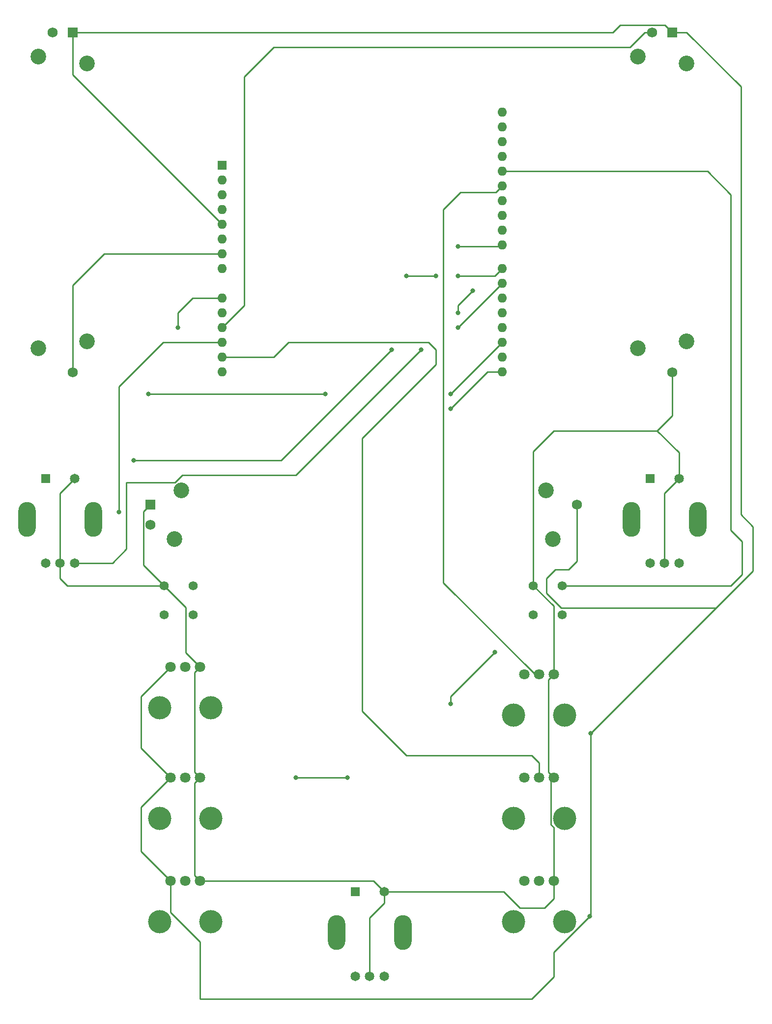
<source format=gbr>
G04 #@! TF.GenerationSoftware,KiCad,Pcbnew,5.1.5+dfsg1-2build2*
G04 #@! TF.CreationDate,2024-01-26T22:00:08+01:00*
G04 #@! TF.ProjectId,console,636f6e73-6f6c-4652-9e6b-696361645f70,rev?*
G04 #@! TF.SameCoordinates,Original*
G04 #@! TF.FileFunction,Copper,L1,Top*
G04 #@! TF.FilePolarity,Positive*
%FSLAX46Y46*%
G04 Gerber Fmt 4.6, Leading zero omitted, Abs format (unit mm)*
G04 Created by KiCad (PCBNEW 5.1.5+dfsg1-2build2) date 2024-01-26 22:00:08*
%MOMM*%
%LPD*%
G04 APERTURE LIST*
%ADD10O,3.000000X6.000000*%
%ADD11C,1.650000*%
%ADD12R,1.650000X1.650000*%
%ADD13C,1.574800*%
%ADD14C,2.700000*%
%ADD15C,1.750000*%
%ADD16R,1.750000X1.750000*%
%ADD17C,4.000000*%
%ADD18C,1.800000*%
%ADD19O,1.600000X1.600000*%
%ADD20R,1.600000X1.600000*%
%ADD21C,0.800000*%
%ADD22C,0.250000*%
G04 APERTURE END LIST*
D10*
X100950000Y-180340000D03*
X89550000Y-180340000D03*
D11*
X97750000Y-187840000D03*
X95250000Y-187840000D03*
X92750000Y-187840000D03*
X97750000Y-173340000D03*
D12*
X92750000Y-173340000D03*
D10*
X151750000Y-109220000D03*
X140350000Y-109220000D03*
D11*
X148550000Y-116720000D03*
X146050000Y-116720000D03*
X143550000Y-116720000D03*
X148550000Y-102220000D03*
D12*
X143550000Y-102220000D03*
D10*
X47610000Y-109220000D03*
X36210000Y-109220000D03*
D11*
X44410000Y-116720000D03*
X41910000Y-116720000D03*
X39410000Y-116720000D03*
X44410000Y-102220000D03*
D12*
X39410000Y-102220000D03*
D13*
X123410400Y-125649990D03*
X128410400Y-125649990D03*
X128410400Y-120650000D03*
X123410400Y-120650000D03*
X59799600Y-125649990D03*
X64799600Y-125649990D03*
X64799600Y-120650000D03*
X59799600Y-120650000D03*
D14*
X126810000Y-112630000D03*
X61610000Y-112630000D03*
X125610000Y-104230000D03*
X62810000Y-104230000D03*
D15*
X130960000Y-106680000D03*
X57460000Y-110180000D03*
D16*
X57460000Y-106680000D03*
D17*
X120020000Y-142890000D03*
X128820000Y-142890000D03*
D18*
X121920000Y-135890000D03*
X124420000Y-135890000D03*
X126920000Y-135890000D03*
D14*
X141425000Y-79750000D03*
X141425000Y-29550000D03*
X149825000Y-78550000D03*
X149825000Y-30750000D03*
D15*
X147375000Y-83900000D03*
X143875000Y-25400000D03*
D16*
X147375000Y-25400000D03*
D17*
X120020000Y-178450000D03*
X128820000Y-178450000D03*
D18*
X121920000Y-171450000D03*
X124420000Y-171450000D03*
X126920000Y-171450000D03*
D17*
X59060000Y-141620000D03*
X67860000Y-141620000D03*
D18*
X60960000Y-134620000D03*
X63460000Y-134620000D03*
X65960000Y-134620000D03*
D17*
X59060000Y-160670000D03*
X67860000Y-160670000D03*
D18*
X60960000Y-153670000D03*
X63460000Y-153670000D03*
X65960000Y-153670000D03*
D17*
X120020000Y-160670000D03*
X128820000Y-160670000D03*
D18*
X121920000Y-153670000D03*
X124420000Y-153670000D03*
X126920000Y-153670000D03*
D14*
X38135000Y-79750000D03*
X38135000Y-29550000D03*
X46535000Y-78550000D03*
X46535000Y-30750000D03*
D15*
X44085000Y-83900000D03*
X40585000Y-25400000D03*
D16*
X44085000Y-25400000D03*
D17*
X59060000Y-178450000D03*
X67860000Y-178450000D03*
D18*
X60960000Y-171450000D03*
X63460000Y-171450000D03*
X65960000Y-171450000D03*
D19*
X118110000Y-81280000D03*
X118110000Y-83820000D03*
X118110000Y-44200000D03*
X69850000Y-83820000D03*
X118110000Y-46740000D03*
X69850000Y-81280000D03*
X118110000Y-49280000D03*
X69850000Y-78740000D03*
X118110000Y-51820000D03*
X69850000Y-76200000D03*
X118110000Y-54360000D03*
X69850000Y-73660000D03*
X118110000Y-56900000D03*
X69850000Y-71120000D03*
X118110000Y-59440000D03*
X69850000Y-66040000D03*
X118110000Y-61980000D03*
X69850000Y-63500000D03*
X118110000Y-66040000D03*
X69850000Y-60960000D03*
X118110000Y-68580000D03*
X69850000Y-58420000D03*
X118110000Y-71120000D03*
X69850000Y-55880000D03*
X118110000Y-73660000D03*
X69850000Y-53340000D03*
X118110000Y-76200000D03*
X69850000Y-50800000D03*
X118110000Y-78740000D03*
D20*
X69850000Y-48260000D03*
D19*
X118110000Y-41660000D03*
X118110000Y-39120000D03*
D21*
X109220000Y-140970000D03*
X116840000Y-132080000D03*
X109220000Y-90170000D03*
X52070000Y-107950000D03*
X62230000Y-76200000D03*
X54610000Y-99060000D03*
X99060000Y-80010000D03*
X110490000Y-62230000D03*
X101600000Y-67310000D03*
X106680000Y-67310000D03*
X110490000Y-67310000D03*
X110490000Y-76200000D03*
X91440000Y-153670000D03*
X82550000Y-153670000D03*
X133130501Y-177580501D03*
X133350000Y-146050000D03*
X104140000Y-80010000D03*
X110490000Y-73660000D03*
X113030000Y-69850000D03*
X57150000Y-87630000D03*
X87630000Y-87630000D03*
X109220000Y-87630000D03*
D22*
X109220000Y-140970000D02*
X109220000Y-139700000D01*
X109220000Y-139700000D02*
X116840000Y-132080000D01*
X115570000Y-83820000D02*
X118110000Y-83820000D01*
X109220000Y-90170000D02*
X115570000Y-83820000D01*
X124420000Y-153670000D02*
X124420000Y-151170000D01*
X124420000Y-151170000D02*
X123110000Y-149860000D01*
X123110000Y-149860000D02*
X101600000Y-149860000D01*
X101600000Y-149860000D02*
X93980000Y-142240000D01*
X93980000Y-142240000D02*
X93980000Y-95250000D01*
X93980000Y-95250000D02*
X106680000Y-82550000D01*
X106680000Y-82550000D02*
X106680000Y-80010000D01*
X106680000Y-80010000D02*
X105410000Y-78740000D01*
X105410000Y-78740000D02*
X81280000Y-78740000D01*
X78740000Y-81280000D02*
X69850000Y-81280000D01*
X81280000Y-78740000D02*
X78740000Y-81280000D01*
X118110000Y-49280000D02*
X153420000Y-49280000D01*
X153420000Y-49280000D02*
X157480000Y-53340000D01*
X157480000Y-111123590D02*
X159386410Y-113030000D01*
X157480000Y-53340000D02*
X157480000Y-111123590D01*
X159386410Y-113030000D02*
X159386410Y-118743590D01*
X159386410Y-118743590D02*
X157480000Y-120650000D01*
X157480000Y-120650000D02*
X128410400Y-120650000D01*
X69850000Y-78740000D02*
X59690000Y-78740000D01*
X59690000Y-78740000D02*
X52070000Y-86360000D01*
X52070000Y-86360000D02*
X52070000Y-107950000D01*
X116984999Y-52945001D02*
X110884999Y-52945001D01*
X118110000Y-51820000D02*
X116984999Y-52945001D01*
X110884999Y-52945001D02*
X107950000Y-55880000D01*
X123733002Y-135890000D02*
X124420000Y-135890000D01*
X107950000Y-120106998D02*
X123733002Y-135890000D01*
X107950000Y-55880000D02*
X107950000Y-120106998D01*
X142637564Y-25400000D02*
X140097564Y-27940000D01*
X143875000Y-25400000D02*
X142637564Y-25400000D01*
X140097564Y-27940000D02*
X78740000Y-27940000D01*
X78740000Y-27940000D02*
X73660000Y-33020000D01*
X73660000Y-72390000D02*
X69850000Y-76200000D01*
X73660000Y-33020000D02*
X73660000Y-72390000D01*
X69850000Y-71120000D02*
X64770000Y-71120000D01*
X64770000Y-71120000D02*
X62230000Y-73660000D01*
X62230000Y-73660000D02*
X62230000Y-76200000D01*
X54610000Y-99060000D02*
X80010000Y-99060000D01*
X80010000Y-99060000D02*
X99060000Y-80010000D01*
X117860000Y-62230000D02*
X118110000Y-61980000D01*
X110490000Y-62230000D02*
X117860000Y-62230000D01*
X65060001Y-152770001D02*
X65960000Y-153670000D01*
X65060001Y-135519999D02*
X65060001Y-152770001D01*
X65960000Y-134620000D02*
X65060001Y-135519999D01*
X65060001Y-170550001D02*
X65960000Y-171450000D01*
X65060001Y-154569999D02*
X65060001Y-170550001D01*
X65960000Y-153670000D02*
X65060001Y-154569999D01*
X126494999Y-154095001D02*
X126920000Y-153670000D01*
X126920000Y-162211002D02*
X126494999Y-161786001D01*
X126494999Y-161786001D02*
X126494999Y-154095001D01*
X126920000Y-172800000D02*
X126920000Y-162211002D01*
X126920000Y-172800000D02*
X126920000Y-171450000D01*
X126020001Y-136789999D02*
X126920000Y-135890000D01*
X126020001Y-152770001D02*
X126020001Y-136789999D01*
X126920000Y-153670000D02*
X126020001Y-152770001D01*
X126920000Y-124159600D02*
X123410400Y-120650000D01*
X126920000Y-135890000D02*
X126920000Y-124159600D01*
X44085000Y-83900000D02*
X44085000Y-68945000D01*
X44085000Y-68945000D02*
X49530000Y-63500000D01*
X49530000Y-63500000D02*
X69850000Y-63500000D01*
X126920000Y-174529998D02*
X126920000Y-172800000D01*
X125324999Y-176124999D02*
X126920000Y-174529998D01*
X123410400Y-120650000D02*
X123410400Y-97569600D01*
X123410400Y-97569600D02*
X127000000Y-93980000D01*
X127000000Y-93980000D02*
X144780000Y-93980000D01*
X147375000Y-91385000D02*
X147375000Y-83900000D01*
X144780000Y-93980000D02*
X147375000Y-91385000D01*
X56259999Y-117110399D02*
X59799600Y-120650000D01*
X56259999Y-107880001D02*
X56259999Y-117110399D01*
X57460000Y-106680000D02*
X56259999Y-107880001D01*
X63544999Y-132204999D02*
X65960000Y-134620000D01*
X63544999Y-124395399D02*
X63544999Y-132204999D01*
X59799600Y-120650000D02*
X63544999Y-124395399D01*
X95860000Y-171450000D02*
X97750000Y-173340000D01*
X95250000Y-171450000D02*
X95860000Y-171450000D01*
X95250000Y-171450000D02*
X95410002Y-171450000D01*
X65960000Y-171450000D02*
X95250000Y-171450000D01*
X121136001Y-176124999D02*
X125324999Y-176124999D01*
X118351002Y-173340000D02*
X121136001Y-176124999D01*
X97750000Y-173340000D02*
X118351002Y-173340000D01*
X97750000Y-173340000D02*
X97750000Y-175300000D01*
X95250000Y-177800000D02*
X95250000Y-187840000D01*
X97750000Y-175300000D02*
X95250000Y-177800000D01*
X41910000Y-116720000D02*
X41910000Y-119380000D01*
X43180000Y-120650000D02*
X59799600Y-120650000D01*
X41910000Y-119380000D02*
X43180000Y-120650000D01*
X41910000Y-104720000D02*
X44410000Y-102220000D01*
X41910000Y-116720000D02*
X41910000Y-104720000D01*
X148550000Y-102220000D02*
X148550000Y-97750000D01*
X148550000Y-97750000D02*
X144780000Y-93980000D01*
X146050000Y-104720000D02*
X146050000Y-116720000D01*
X148550000Y-102220000D02*
X146050000Y-104720000D01*
X101600000Y-67310000D02*
X106680000Y-67310000D01*
X116840000Y-67310000D02*
X118110000Y-66040000D01*
X110490000Y-67310000D02*
X116840000Y-67310000D01*
X118110000Y-68580000D02*
X110490000Y-76200000D01*
X110490000Y-76200000D02*
X110490000Y-76200000D01*
X91440000Y-153670000D02*
X82550000Y-153670000D01*
X82550000Y-153670000D02*
X82550000Y-153670000D01*
X130280998Y-106680000D02*
X130960000Y-106680000D01*
X44085000Y-32655000D02*
X44085000Y-25400000D01*
X69850000Y-58420000D02*
X44085000Y-32655000D01*
X44085000Y-25400000D02*
X137160000Y-25400000D01*
X137160000Y-25400000D02*
X138430000Y-24130000D01*
X146105000Y-24130000D02*
X147375000Y-25400000D01*
X138430000Y-24130000D02*
X146105000Y-24130000D01*
X60960000Y-176908998D02*
X60960000Y-171450000D01*
X66040000Y-191770000D02*
X66040000Y-181988998D01*
X66040000Y-181988998D02*
X60960000Y-176908998D01*
X127000000Y-187960000D02*
X123190000Y-191770000D01*
X133350000Y-177361002D02*
X133130501Y-177580501D01*
X149860000Y-25400000D02*
X159200009Y-34740009D01*
X123190000Y-191770000D02*
X66040000Y-191770000D01*
X127000000Y-183711002D02*
X127000000Y-187960000D01*
X133350000Y-146050000D02*
X133350000Y-177361002D01*
X147375000Y-25400000D02*
X149860000Y-25400000D01*
X159200009Y-34740009D02*
X159200009Y-108400009D01*
X159200009Y-108400009D02*
X161290000Y-110490000D01*
X161290000Y-110490000D02*
X161290000Y-118110000D01*
X60960000Y-171450000D02*
X55880000Y-166370000D01*
X55880000Y-158750000D02*
X60960000Y-153670000D01*
X55880000Y-166370000D02*
X55880000Y-158750000D01*
X60960000Y-153670000D02*
X55880000Y-148590000D01*
X55880000Y-148590000D02*
X55880000Y-139700000D01*
X55880000Y-139700000D02*
X60960000Y-134620000D01*
X133130501Y-177580501D02*
X127000000Y-183711002D01*
X133350000Y-146050000D02*
X133350000Y-146050000D01*
X130960000Y-116454046D02*
X129540000Y-117874046D01*
X130960000Y-106680000D02*
X130960000Y-116454046D01*
X129540000Y-117874046D02*
X127235954Y-117874046D01*
X127235954Y-117874046D02*
X125730000Y-119380000D01*
X125730000Y-119380000D02*
X125730000Y-121920000D01*
X125730000Y-121920000D02*
X128270000Y-124460000D01*
X161290000Y-118110000D02*
X154940000Y-124460000D01*
X128270000Y-124460000D02*
X154940000Y-124460000D01*
X154940000Y-124460000D02*
X133350000Y-146050000D01*
X44410000Y-116720000D02*
X50920000Y-116720000D01*
X50920000Y-116720000D02*
X53340000Y-114300000D01*
X53340000Y-114300000D02*
X53340000Y-102870000D01*
X61690998Y-102870000D02*
X62960998Y-101600000D01*
X53340000Y-102870000D02*
X61690998Y-102870000D01*
X62960998Y-101600000D02*
X82550000Y-101600000D01*
X82550000Y-101600000D02*
X104140000Y-80010000D01*
X110490000Y-73660000D02*
X110490000Y-72390000D01*
X110490000Y-72390000D02*
X113030000Y-69850000D01*
X57150000Y-87630000D02*
X87630000Y-87630000D01*
X109220000Y-87630000D02*
X118110000Y-78740000D01*
M02*

</source>
